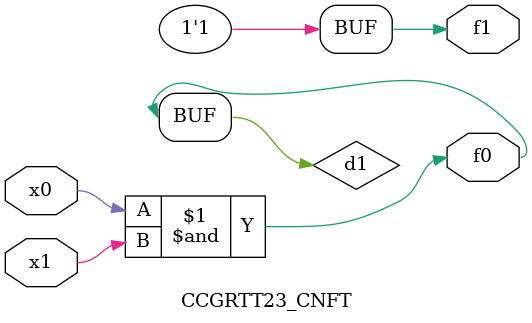
<source format=v>
module CCGRTT23_CNFT(
	input x0, x1,
	output f0, f1
);

	wire d1;

	assign f0 = d1;
	and (d1, x0, x1);
	assign f1 = 1'b1;
endmodule

</source>
